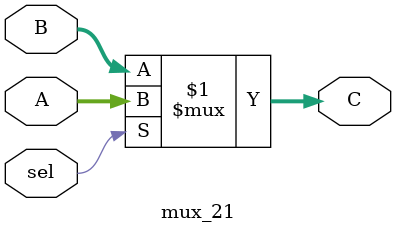
<source format=sv>
module mux_21(input [7:0] A, B,
				  input sel,
				  output [7:0] C);
				  

assign C = sel ? A : B;

endmodule
</source>
